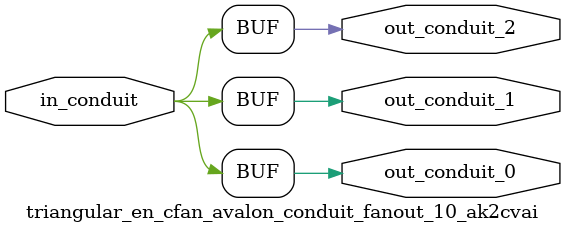
<source format=sv>


 


// --------------------------------------------------------------------------------
//| Avalon Conduit Fan-Out
// --------------------------------------------------------------------------------

// ------------------------------------------
// Generation parameters:
//   output_name:       triangular_en_cfan_avalon_conduit_fanout_10_ak2cvai
//   numFanOut:         3
//   
// ------------------------------------------

module triangular_en_cfan_avalon_conduit_fanout_10_ak2cvai (     

// Interface: out_conduit_0
 output                    out_conduit_0,
// Interface: out_conduit_1
 output                    out_conduit_1,
// Interface: out_conduit_2
 output                    out_conduit_2,

// Interface: in_conduit
 input                   in_conduit

);

   assign  out_conduit_0 = in_conduit;
   assign  out_conduit_1 = in_conduit;
   assign  out_conduit_2 = in_conduit;

endmodule //


</source>
